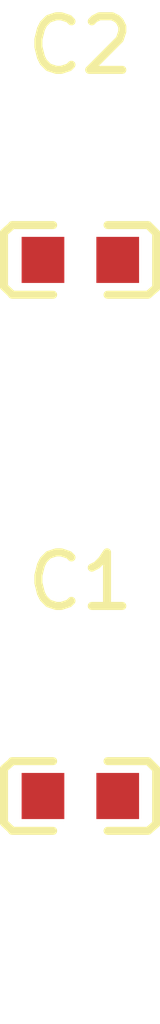
<source format=kicad_pcb>
(kicad_pcb (version 20241229) (generator "atopile") (generator_version "0.12.4")
  (layers (0 "F.Cu" signal) (31 "B.Cu" signal) (34 "B.Paste" user) (35 "F.Paste" user) (36 "B.SilkS" user "B.Silkscreen") (37 "F.SilkS" user "F.Silkscreen") (38 "B.Mask" user) (39 "F.Mask" user) (44 "Edge.Cuts" user))
  (net 0 "")
  (net 5 "gnd")
  (net 6 "vcc")
  (footprint "FH_CBG160808U820T:L0603" (layer "F.Cu") (at 0 0 0)
    (property "Reference" "C1" (at 0 -4 0) (layer "F.SilkS") (hide no))
    (property "Value" "")
    (fp_line (start -1.27 0.65) (end -1.43 0.5) (stroke (width 0.15)) (layer "F.SilkS"))
    (fp_line (start -1.43 0.5) (end -1.43 -0.51) (stroke (width 0.15)) (layer "F.SilkS"))
    (fp_line (start -1.43 -0.51) (end -1.27 -0.65) (stroke (width 0.15)) (layer "F.SilkS"))
    (fp_line (start 1.27 -0.65) (end 1.42 -0.5) (stroke (width 0.15)) (layer "F.SilkS"))
    (fp_line (start 1.42 -0.5) (end 1.42 0.52) (stroke (width 0.15)) (layer "F.SilkS"))
    (fp_line (start 1.42 0.52) (end 1.27 0.65) (stroke (width 0.15)) (layer "F.SilkS"))
    (fp_line (start -1.28 -0.65) (end -0.51 -0.65) (stroke (width 0.15)) (layer "F.SilkS"))
    (fp_line (start 1.27 0.65) (end 0.51 0.65) (stroke (width 0.15)) (layer "F.SilkS"))
    (fp_line (start -1.28 0.65) (end -0.51 0.65) (stroke (width 0.15)) (layer "F.SilkS"))
    (fp_line (start 1.27 -0.65) (end 0.51 -0.65) (stroke (width 0.15)) (layer "F.SilkS"))
    (fp_text user "${REFERENCE}" (at 0 -4 0) (layer "F.SilkS"))
    (pad "1" smd rect (at -0.7 0 180) (size 0.8 0.86) (layers "F.Cu" "F.Paste" "F.Mask") (net 6 "vcc"))
    (pad "2" smd rect (at 0.7 0 180) (size 0.8 0.86) (layers "F.Cu" "F.Paste" "F.Mask") (net 5 "gnd"))
  )
  (footprint "FH_CBG160808U820T:L0603" (layer "F.Cu") (at 0 -10 0)
    (property "Reference" "C2" (at 0 -4 0) (layer "F.SilkS") (hide no))
    (property "Value" "")
    (fp_line (start -1.27 0.65) (end -1.43 0.5) (stroke (width 0.15)) (layer "F.SilkS"))
    (fp_line (start -1.43 0.5) (end -1.43 -0.51) (stroke (width 0.15)) (layer "F.SilkS"))
    (fp_line (start -1.43 -0.51) (end -1.27 -0.65) (stroke (width 0.15)) (layer "F.SilkS"))
    (fp_line (start 1.27 -0.65) (end 1.42 -0.5) (stroke (width 0.15)) (layer "F.SilkS"))
    (fp_line (start 1.42 -0.5) (end 1.42 0.52) (stroke (width 0.15)) (layer "F.SilkS"))
    (fp_line (start 1.42 0.52) (end 1.27 0.65) (stroke (width 0.15)) (layer "F.SilkS"))
    (fp_line (start -1.28 -0.65) (end -0.51 -0.65) (stroke (width 0.15)) (layer "F.SilkS"))
    (fp_line (start 1.27 0.65) (end 0.51 0.65) (stroke (width 0.15)) (layer "F.SilkS"))
    (fp_line (start -1.28 0.65) (end -0.51 0.65) (stroke (width 0.15)) (layer "F.SilkS"))
    (fp_line (start 1.27 -0.65) (end 0.51 -0.65) (stroke (width 0.15)) (layer "F.SilkS"))
    (fp_text user "${REFERENCE}" (at 0 -4 0) (layer "F.SilkS"))
    (pad "1" smd rect (at -0.7 0 180) (size 0.8 0.86) (layers "F.Cu" "F.Paste" "F.Mask") (net 6 "vcc"))
    (pad "2" smd rect (at 0.7 0 180) (size 0.8 0.86) (layers "F.Cu" "F.Paste" "F.Mask") (net 5 "gnd"))
  )
)
</source>
